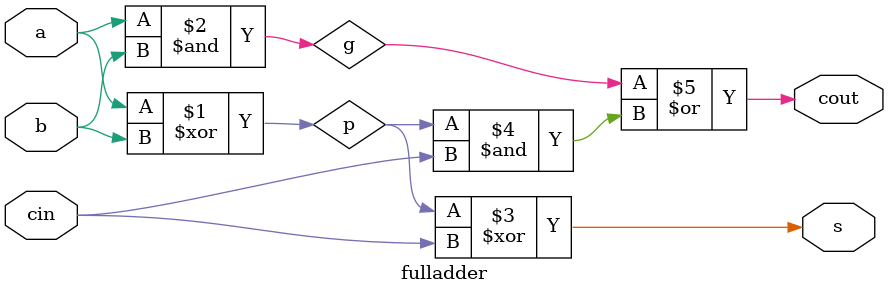
<source format=v>
module fulladder(input  a, b, cin, 
                 output s, cout);

  wire p, g;

  assign p = a ^ b;
  assign g = a & b;
  
  assign s = p ^ cin;
  assign cout = g | (p & cin);
endmodule
</source>
